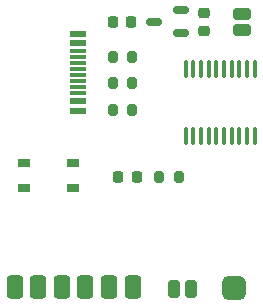
<source format=gtp>
G04 #@! TF.GenerationSoftware,KiCad,Pcbnew,7.0.7*
G04 #@! TF.CreationDate,2024-04-01T22:47:38-04:00*
G04 #@! TF.ProjectId,sensor_node,73656e73-6f72-45f6-9e6f-64652e6b6963,rev?*
G04 #@! TF.SameCoordinates,Original*
G04 #@! TF.FileFunction,Paste,Top*
G04 #@! TF.FilePolarity,Positive*
%FSLAX46Y46*%
G04 Gerber Fmt 4.6, Leading zero omitted, Abs format (unit mm)*
G04 Created by KiCad (PCBNEW 7.0.7) date 2024-04-01 22:47:38*
%MOMM*%
%LPD*%
G01*
G04 APERTURE LIST*
G04 Aperture macros list*
%AMRoundRect*
0 Rectangle with rounded corners*
0 $1 Rounding radius*
0 $2 $3 $4 $5 $6 $7 $8 $9 X,Y pos of 4 corners*
0 Add a 4 corners polygon primitive as box body*
4,1,4,$2,$3,$4,$5,$6,$7,$8,$9,$2,$3,0*
0 Add four circle primitives for the rounded corners*
1,1,$1+$1,$2,$3*
1,1,$1+$1,$4,$5*
1,1,$1+$1,$6,$7*
1,1,$1+$1,$8,$9*
0 Add four rect primitives between the rounded corners*
20,1,$1+$1,$2,$3,$4,$5,0*
20,1,$1+$1,$4,$5,$6,$7,0*
20,1,$1+$1,$6,$7,$8,$9,0*
20,1,$1+$1,$8,$9,$2,$3,0*%
G04 Aperture macros list end*
%ADD10RoundRect,0.500000X-0.500000X-0.500000X0.500000X-0.500000X0.500000X0.500000X-0.500000X0.500000X0*%
%ADD11RoundRect,0.350000X-0.350000X0.650000X-0.350000X-0.650000X0.350000X-0.650000X0.350000X0.650000X0*%
%ADD12RoundRect,0.225000X0.225000X0.250000X-0.225000X0.250000X-0.225000X-0.250000X0.225000X-0.250000X0*%
%ADD13RoundRect,0.100000X-0.100000X0.637500X-0.100000X-0.637500X0.100000X-0.637500X0.100000X0.637500X0*%
%ADD14RoundRect,0.200000X-0.200000X-0.275000X0.200000X-0.275000X0.200000X0.275000X-0.200000X0.275000X0*%
%ADD15RoundRect,0.218750X-0.218750X-0.256250X0.218750X-0.256250X0.218750X0.256250X-0.218750X0.256250X0*%
%ADD16R,1.450000X0.600000*%
%ADD17R,1.450000X0.300000*%
%ADD18R,1.050000X0.650000*%
%ADD19RoundRect,0.225000X-0.250000X0.225000X-0.250000X-0.225000X0.250000X-0.225000X0.250000X0.225000X0*%
%ADD20RoundRect,0.250000X-0.500000X0.250000X-0.500000X-0.250000X0.500000X-0.250000X0.500000X0.250000X0*%
%ADD21RoundRect,0.200000X0.200000X0.275000X-0.200000X0.275000X-0.200000X-0.275000X0.200000X-0.275000X0*%
%ADD22RoundRect,0.150000X0.512500X0.150000X-0.512500X0.150000X-0.512500X-0.150000X0.512500X-0.150000X0*%
%ADD23RoundRect,0.250000X-0.250000X-0.500000X0.250000X-0.500000X0.250000X0.500000X-0.250000X0.500000X0*%
G04 APERTURE END LIST*
D10*
X156300000Y-117000000D03*
D11*
X147700000Y-116900000D03*
X145700000Y-116900000D03*
X143700000Y-116900000D03*
X141700000Y-116900000D03*
X139700000Y-116900000D03*
X137700000Y-116900000D03*
D12*
X147599999Y-94450000D03*
X146049999Y-94450000D03*
D13*
X158025000Y-98437500D03*
X157375000Y-98437500D03*
X156725000Y-98437500D03*
X156075000Y-98437500D03*
X155425000Y-98437500D03*
X154775000Y-98437500D03*
X154125000Y-98437500D03*
X153475000Y-98437500D03*
X152825000Y-98437500D03*
X152175000Y-98437500D03*
X152175000Y-104162500D03*
X152825000Y-104162500D03*
X153475000Y-104162500D03*
X154125000Y-104162500D03*
X154775000Y-104162500D03*
X155425000Y-104162500D03*
X156075000Y-104162500D03*
X156725000Y-104162500D03*
X157375000Y-104162500D03*
X158025000Y-104162500D03*
D14*
X145999999Y-101927500D03*
X147649999Y-101927500D03*
D15*
X146487499Y-107599999D03*
X148062499Y-107599999D03*
D16*
X143069999Y-95487500D03*
X143069999Y-96287500D03*
D17*
X143069999Y-97487500D03*
X143069999Y-98487500D03*
X143069999Y-98987500D03*
X143069999Y-99987500D03*
D16*
X143069999Y-101187500D03*
X143069999Y-101987500D03*
X143069999Y-101987500D03*
X143069999Y-101187500D03*
D17*
X143069999Y-100487500D03*
X143069999Y-99487500D03*
X143069999Y-97987500D03*
X143069999Y-96987500D03*
D16*
X143069999Y-96287500D03*
X143069999Y-95487500D03*
D14*
X145999999Y-97427500D03*
X147649999Y-97427500D03*
D18*
X142675000Y-108575000D03*
X138525000Y-108575000D03*
X142675000Y-106425000D03*
X138525000Y-106425000D03*
D19*
X153762498Y-93700000D03*
X153762498Y-95250000D03*
D20*
X157000000Y-93800000D03*
X157000000Y-95200000D03*
D21*
X151587498Y-107600000D03*
X149937498Y-107600000D03*
D14*
X145999999Y-99627500D03*
X147649999Y-99627500D03*
D22*
X151800000Y-95400000D03*
X151800000Y-93500000D03*
X149525000Y-94450000D03*
D23*
X151200000Y-117100000D03*
X152600000Y-117100000D03*
M02*

</source>
